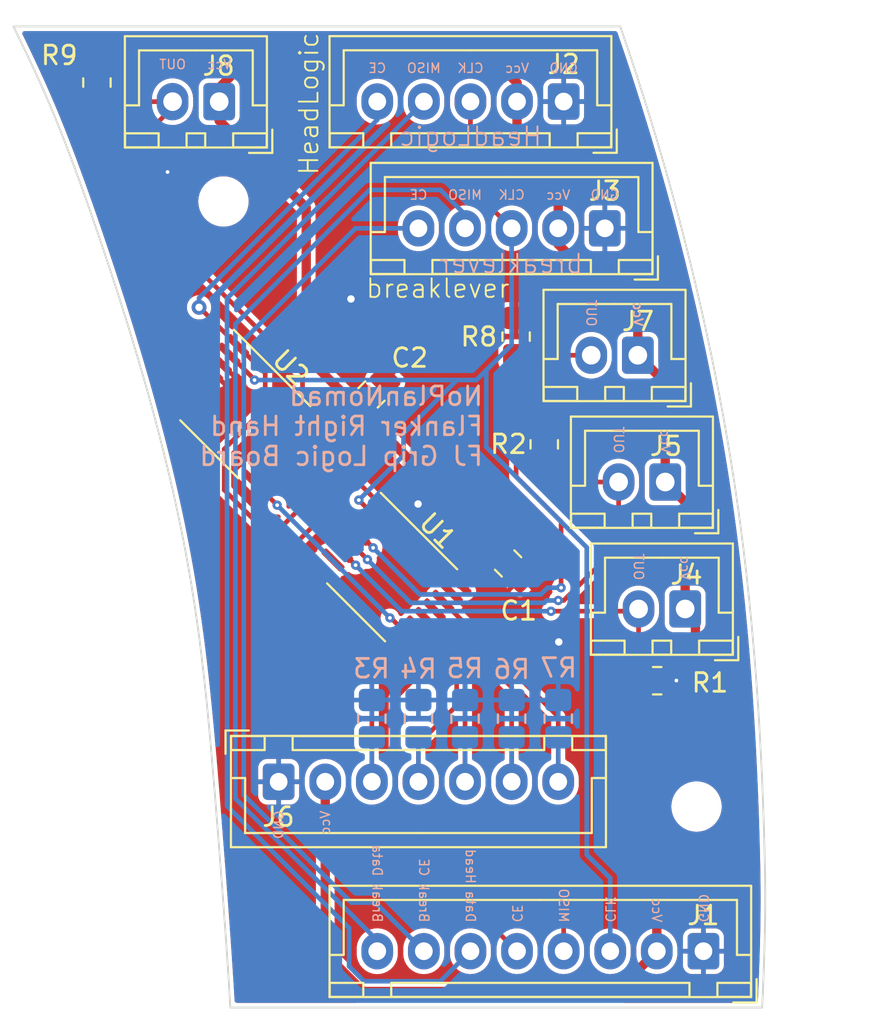
<source format=kicad_pcb>
(kicad_pcb (version 20221018) (generator pcbnew)
  (layers (0 "F.Cu" signal) (31 "B.Cu" signal) (34 "B.Paste" user) (35 "F.Paste" user) (36 "B.SilkS" user "B.Silkscreen") (37 "F.SilkS" user "F.Silkscreen") (38 "B.Mask" user) (39 "F.Mask" user) (44 "Edge.Cuts" user))
  (net 0 "")
  (net 1 "VCC")
  (net 2 "GND")
  (net 3 "CLK")
  (net 4 "CE")
  (net 5 "MISO")
  (net 6 "Data_Head")
  (net 7 "U1D0")
  (net 8 "U1D1")
  (net 9 "U1D4")
  (net 10 "U1D5")
  (net 11 "U1D6")
  (net 12 "U1D7")
  (net 13 "U2D0")
  (net 14 "Data_Breaklever")
  (net 15 "U1SIN")
  (net 16 "CE_Breaklever")
  (net 17 "U1D2")
  (net 18 "U1D3")
  (footprint "Connector_JST:JST_XH_B7B-XH-A_1x07_P2.50mm_Vertical" (layer "F.Cu") (at 33.89 55.52)
    (fp_text reference "J6" (at -0.01 1.89) (layer "F.SilkS"))
    (fp_text value "Conn_01x07")
    (fp_text user "GND" (at 0 1.5 90 unlocked) (layer "B.SilkS") (effects (font (size 0.5 0.5) (thickness 0.075)) (justify left mirror)))
    (fp_text user "Vcc" (at 2.5 1.5 90 unlocked) (layer "B.SilkS") (effects (font (size 0.5 0.5) (thickness 0.075)) (justify left mirror)))
    (pad "1" thru_hole roundrect (at 0 0) (size 1.7 1.95) (drill 0.95) (layers "*.Cu" "*.Mask") (roundrect_rratio 0.1470588235) (net 2 "GND"))
    (pad "2" thru_hole oval (at 2.5 0) (size 1.7 1.95) (drill 0.95) (layers "*.Cu" "*.Mask") (net 1 "VCC"))
    (pad "3" thru_hole oval (at 5 0) (size 1.7 1.95) (drill 0.95) (layers "*.Cu" "*.Mask") (net 9 "U1D4"))
    (pad "4" thru_hole oval (at 7.5 0) (size 1.7 1.95) (drill 0.95) (layers "*.Cu" "*.Mask") (net 7 "U1D0"))
    (pad "5" thru_hole oval (at 10 0) (size 1.7 1.95) (drill 0.95) (layers "*.Cu" "*.Mask") (net 8 "U1D1"))
    (pad "6" thru_hole oval (at 12.5 0) (size 1.7 1.95) (drill 0.95) (layers "*.Cu" "*.Mask") (net 17 "U1D2"))
    (pad "7" thru_hole oval (at 15 0) (size 1.7 1.95) (drill 0.95) (layers "*.Cu" "*.Mask") (net 18 "U1D3"))
  )
  (footprint "Connector_JST:JST_XH_B5B-XH-A_1x05_P2.50mm_Vertical" (layer "F.Cu") (at 51.39 25.83 180)
    (fp_text reference "J3" (at 0 2 180) (layer "F.SilkS"))
    (fp_text value "Conn_01x06")
    (fp_text user "breaklever" (at 5.03 -2.49 unlocked) (layer "B.SilkS") (effects (font (thickness 0.1)) (justify bottom mirror)))
    (fp_text user "CE" (at 10 1.5 unlocked) (layer "B.SilkS") (effects (font (size 0.5 0.5) (thickness 0.075)) (justify bottom mirror)))
    (fp_text user "GND" (at 0 1.5 unlocked) (layer "B.SilkS") (effects (font (size 0.5 0.5) (thickness 0.075)) (justify bottom mirror)))
    (fp_text user "CLK" (at 5 1.5 unlocked) (layer "B.SilkS") (effects (font (size 0.5 0.5) (thickness 0.075)) (justify bottom mirror)))
    (fp_text user "MISO" (at 7.5 1.5 unlocked) (layer "B.SilkS") (effects (font (size 0.5 0.5) (thickness 0.075)) (justify bottom mirror)))
    (fp_text user "Vcc" (at 2.5 1.5 unlocked) (layer "B.SilkS") (effects (font (size 0.5 0.5) (thickness 0.075)) (justify bottom mirror)))
    (fp_text user "breaklever" (at 8.96 -3.81 unlocked) (layer "F.SilkS") (effects (font (thickness 0.1)) (justify bottom)))
    (pad "1" thru_hole roundrect (at 0 0 180) (size 1.7 1.95) (drill 0.95) (layers "*.Cu" "*.Mask") (roundrect_rratio 0.1470588235) (net 2 "GND"))
    (pad "2" thru_hole oval (at 2.5 0 180) (size 1.7 1.95) (drill 0.95) (layers "*.Cu" "*.Mask") (net 1 "VCC"))
    (pad "3" thru_hole oval (at 5 0 180) (size 1.7 1.95) (drill 0.95) (layers "*.Cu" "*.Mask") (net 3 "CLK"))
    (pad "4" thru_hole oval (at 7.5 0 180) (size 1.7 1.95) (drill 0.95) (layers "*.Cu" "*.Mask") (net 14 "Data_Breaklever"))
    (pad "5" thru_hole oval (at 10 0 180) (size 1.7 1.95) (drill 0.95) (layers "*.Cu" "*.Mask") (net 16 "CE_Breaklever"))
  )
  (footprint "MountingHole:MountingHole_2.2mm_M2" (layer "F.Cu") (at 30.93 24.39)
    (fp_text reference "REF**" hide)
    (fp_text value "MountingHole_2.2mm_M2")
    (pad "" np_thru_hole circle (at 0 0) (size 2.2 2.2) (drill 2.2) (layers "*.Cu" "*.Mask"))
  )
  (footprint "Capacitor_SMD:C_0805_2012Metric_Pad1.18x1.45mm_HandSolder" (layer "F.Cu") (at 38.87 34.74 -135)
    (fp_text reference "C2" (at -2.835498 -0.06364) (layer "F.SilkS"))
    (fp_text value "0.1uF")
    (pad "1" smd roundrect (at -1.0375 0 225) (size 1.175 1.45) (layers "F.Cu" "F.Paste" "F.Mask") (roundrect_rratio 0.2127659574) (net 2 "GND"))
    (pad "2" smd roundrect (at 1.0375 0 225) (size 1.175 1.45) (layers "F.Cu" "F.Paste" "F.Mask") (roundrect_rratio 0.2127659574) (net 1 "VCC"))
  )
  (footprint "MountingHole:MountingHole_2.2mm_M2" (layer "F.Cu") (at 56.31 56.85)
    (fp_text reference "REF**" hide)
    (fp_text value "MountingHole_2.2mm_M2")
    (pad "" np_thru_hole circle (at 0 0) (size 2.2 2.2) (drill 2.2) (layers "*.Cu" "*.Mask"))
  )
  (footprint "Connector_JST:JST_XH_B8B-XH-A_1x08_P2.50mm_Vertical" (layer "F.Cu") (at 56.68 64.61 180)
    (fp_text reference "J1" (at 0 1.92 180) (layer "F.SilkS"))
    (fp_text value "Conn_01x06")
    (fp_text user "Data Head" (at 12.5 1.5 270 unlocked) (layer "B.SilkS") (effects (font (size 0.5 0.5) (thickness 0.075)) (justify left mirror)))
    (fp_text user "Vcc" (at 2.5 1.5 270 unlocked) (layer "B.SilkS") (effects (font (size 0.5 0.5) (thickness 0.075)) (justify left mirror)))
    (fp_text user "Break CE" (at 15 1.5 270 unlocked) (layer "B.SilkS") (effects (font (size 0.5 0.5) (thickness 0.075)) (justify left mirror)))
    (fp_text user "MISO" (at 7.5 1.5 270 unlocked) (layer "B.SilkS") (effects (font (size 0.5 0.5) (thickness 0.075)) (justify left mirror)))
    (fp_text user "CE" (at 10 1.5 270 unlocked) (layer "B.SilkS") (effects (font (size 0.5 0.5) (thickness 0.075)) (justify left mirror)))
    (fp_text user "Break Data" (at 17.5 1.5 270 unlocked) (layer "B.SilkS") (effects (font (size 0.5 0.5) (thickness 0.075)) (justify left mirror)))
    (fp_text user "CLK" (at 5 1.5 270 unlocked) (layer "B.SilkS") (effects (font (size 0.5 0.5) (thickness 0.075)) (justify left mirror)))
    (fp_text user "GND" (at 0 1.5 270 unlocked) (layer "B.SilkS") (effects (font (size 0.5 0.5) (thickness 0.075)) (justify left mirror)))
    (pad "1" thru_hole roundrect (at 0 0 180) (size 1.7 1.95) (drill 0.95) (layers "*.Cu" "*.Mask") (roundrect_rratio 0.1470588235) (net 2 "GND"))
    (pad "2" thru_hole oval (at 2.5 0 180) (size 1.7 1.95) (drill 0.95) (layers "*.Cu" "*.Mask") (net 1 "VCC"))
    (pad "3" thru_hole oval (at 5 0 180) (size 1.7 1.95) (drill 0.95) (layers "*.Cu" "*.Mask") (net 3 "CLK"))
    (pad "4" thru_hole oval (at 7.5 0 180) (size 1.7 1.95) (drill 0.95) (layers "*.Cu" "*.Mask") (net 5 "MISO"))
    (pad "5" thru_hole oval (at 10 0 180) (size 1.7 1.95) (drill 0.95) (layers "*.Cu" "*.Mask") (net 4 "CE"))
    (pad "6" thru_hole oval (at 12.5 0 180) (size 1.7 1.95) (drill 0.95) (layers "*.Cu" "*.Mask") (net 6 "Data_Head"))
    (pad "7" thru_hole oval (at 15 0 180) (size 1.7 1.95) (drill 0.95) (layers "*.Cu" "*.Mask") (net 16 "CE_Breaklever"))
    (pad "8" thru_hole oval (at 17.5 0 180) (size 1.7 1.95) (drill 0.95) (layers "*.Cu" "*.Mask") (net 14 "Data_Breaklever"))
  )
  (footprint "Resistor_SMD:R_0805_2012Metric_Pad1.20x1.40mm_HandSolder" (layer "F.Cu") (at 46.63 31.64 90)
    (fp_text reference "R8" (at -0.01 -2 180) (layer "F.SilkS"))
    (fp_text value "1K")
    (pad "1" smd roundrect (at -1 0 90) (size 1.2 1.4) (layers "F.Cu" "F.Paste" "F.Mask") (roundrect_rratio 0.2083333333) (net 10 "U1D5"))
    (pad "2" smd roundrect (at 1 0 90) (size 1.2 1.4) (layers "F.Cu" "F.Paste" "F.Mask") (roundrect_rratio 0.2083333333) (net 2 "GND"))
  )
  (footprint "Package_SO:TSSOP-16_4.4x5mm_P0.65mm" (layer "F.Cu") (at 32.1 35.75 -45)
    (fp_text reference "U2" (at 0 -3.45 -45) (layer "F.SilkS"))
    (fp_text value "74HC165")
    (pad "1" smd roundrect (at -2.8625 -2.275 315) (size 1.475 0.4) (layers "F.Cu" "F.Paste" "F.Mask") (net 4 "CE"))
    (pad "2" smd roundrect (at -2.8625 -1.625 315) (size 1.475 0.4) (layers "F.Cu" "F.Paste" "F.Mask") (net 3 "CLK"))
    (pad "3" smd roundrect (at -2.8625 -0.975 315) (size 1.475 0.4) (layers "F.Cu" "F.Paste" "F.Mask") (net 2 "GND"))
    (pad "4" smd roundrect (at -2.8625 -0.325 315) (size 1.475 0.4) (layers "F.Cu" "F.Paste" "F.Mask") (net 2 "GND"))
    (pad "5" smd roundrect (at -2.8625 0.325 315) (size 1.475 0.4) (layers "F.Cu" "F.Paste" "F.Mask") (net 2 "GND"))
    (pad "6" smd roundrect (at -2.8625 0.975 315) (size 1.475 0.4) (layers "F.Cu" "F.Paste" "F.Mask") (net 2 "GND"))
    (pad "7" smd roundrect (at -2.8625 1.625 315) (size 1.475 0.4) (layers "F.Cu" "F.Paste" "F.Mask"))
    (pad "8" smd roundrect (at -2.8625 2.275 315) (size 1.475 0.4) (layers "F.Cu" "F.Paste" "F.Mask") (net 2 "GND"))
    (pad "9" smd roundrect (at 2.8625 2.275 315) (size 1.475 0.4) (layers "F.Cu" "F.Paste" "F.Mask") (net 15 "U1SIN"))
    (pad "10" smd roundrect (at 2.8625 1.625 315) (size 1.475 0.4) (layers "F.Cu" "F.Paste" "F.Mask") (net 2 "GND"))
    (pad "11" smd roundrect (at 2.8625 0.975 315) (size 1.475 0.4) (layers "F.Cu" "F.Paste" "F.Mask") (net 13 "U2D0"))
    (pad "12" smd roundrect (at 2.8625 0.325 315) (size 1.475 0.4) (layers "F.Cu" "F.Paste" "F.Mask") (net 2 "GND"))
    (pad "13" smd roundrect (at 2.8625 -0.325 315) (size 1.475 0.4) (layers "F.Cu" "F.Paste" "F.Mask") (net 2 "GND"))
    (pad "14" smd roundrect (at 2.8625 -0.975 315) (size 1.475 0.4) (layers "F.Cu" "F.Paste" "F.Mask") (net 2 "GND"))
    (pad "15" smd roundrect (at 2.8625 -1.625 315) (size 1.475 0.4) (layers "F.Cu" "F.Paste" "F.Mask") (net 2 "GND"))
    (pad "16" smd roundrect (at 2.8625 -2.275 315) (size 1.475 0.4) (layers "F.Cu" "F.Paste" "F.Mask") (net 1 "VCC"))
  )
  (footprint "Connector_JST:JST_XH_B5B-XH-A_1x05_P2.50mm_Vertical" (layer "F.Cu") (at 49.18 19.03 180)
    (fp_text reference "J2" (at 0 2 180) (layer "F.SilkS"))
    (fp_text value "Conn_01x06")
    (fp_text user "CE" (at 10 1.5 unlocked) (layer "B.SilkS") (effects (font (size 0.5 0.5) (thickness 0.075)) (justify bottom mirror)))
    (fp_text user "GND" (at 0 1.5 unlocked) (layer "B.SilkS") (effects (font (size 0.5 0.5) (thickness 0.075)) (justify bottom mirror)))
    (fp_text user "HeadLogic" (at 5 -2.46 unlocked) (layer "B.SilkS") (effects (font (thickness 0.1)) (justify bottom mirror)))
    (fp_text user "CLK" (at 5 1.5 unlocked) (layer "B.SilkS") (effects (font (size 0.5 0.5) (thickness 0.075)) (justify bottom mirror)))
    (fp_text user "Vcc" (at 2.5 1.5 unlocked) (layer "B.SilkS") (effects (font (size 0.5 0.5) (thickness 0.075)) (justify bottom mirror)))
    (fp_text user "MISO" (at 7.5 1.5 unlocked) (layer "B.SilkS") (effects (font (size 0.5 0.5) (thickness 0.075)) (justify bottom mirror)))
    (fp_text user "HeadLogic" (at 13.08 -0.12 90 unlocked) (layer "F.SilkS") (effects (font (thickness 0.1)) (justify bottom)))
    (pad "1" thru_hole roundrect (at 0 0 180) (size 1.7 1.95) (drill 0.95) (layers "*.Cu" "*.Mask") (roundrect_rratio 0.1470588235) (net 2 "GND"))
    (pad "2" thru_hole oval (at 2.5 0 180) (size 1.7 1.95) (drill 0.95) (layers "*.Cu" "*.Mask") (net 1 "VCC"))
    (pad "3" thru_hole oval (at 5 0 180) (size 1.7 1.95) (drill 0.95) (layers "*.Cu" "*.Mask") (net 3 "CLK"))
    (pad "4" thru_hole oval (at 7.5 0 180) (size 1.7 1.95) (drill 0.95) (layers "*.Cu" "*.Mask") (net 6 "Data_Head"))
    (pad "5" thru_hole oval (at 10 0 180) (size 1.7 1.95) (drill 0.95) (layers "*.Cu" "*.Mask") (net 4 "CE"))
  )
  (footprint "Connector_JST:JST_XH_B2B-XH-A_1x02_P2.50mm_Vertical" (layer "F.Cu") (at 54.63 39.44 180)
    (fp_text reference "J5" (at -0.04 1.92) (layer "F.SilkS"))
    (fp_text value "Conn_01x02")
    (fp_text user "OUT" (at 2.5 1.5 270 unlocked) (layer "B.SilkS") (effects (font (size 0.5 0.5) (thickness 0.075)) (justify left mirror)))
    (fp_text user "Vcc" (at 0 1.5 270 unlocked) (layer "B.SilkS") (effects (font (size 0.5 0.5) (thickness 0.075)) (justify left mirror)))
    (pad "1" thru_hole roundrect (at 0 0 180) (size 1.7 2) (drill 1) (layers "*.Cu" "*.Mask") (roundrect_rratio 0.1470588235) (net 1 "VCC"))
    (pad "2" thru_hole oval (at 2.5 0 180) (size 1.7 2) (drill 1) (layers "*.Cu" "*.Mask") (net 11 "U1D6"))
  )
  (footprint "Resistor_SMD:R_0805_2012Metric_Pad1.20x1.40mm_HandSolder" (layer "F.Cu") (at 54.2 50.1)
    (fp_text reference "R1" (at 2.83 0.11) (layer "F.SilkS"))
    (fp_text value "1K")
    (pad "1" smd roundrect (at -1 0) (size 1.2 1.4) (layers "F.Cu" "F.Paste" "F.Mask") (roundrect_rratio 0.2083333333) (net 12 "U1D7"))
    (pad "2" smd roundrect (at 1 0) (size 1.2 1.4) (layers "F.Cu" "F.Paste" "F.Mask") (roundrect_rratio 0.2083333333) (net 2 "GND"))
  )
  (footprint "Resistor_SMD:R_0805_2012Metric_Pad1.20x1.40mm_HandSolder" (layer "F.Cu") (at 48.14 37.42 90)
    (fp_text reference "R2" (at 0.01 -1.92 180) (layer "F.SilkS"))
    (fp_text value "1K")
    (pad "1" smd roundrect (at -1 0 90) (size 1.2 1.4) (layers "F.Cu" "F.Paste" "F.Mask") (roundrect_rratio 0.2083333333) (net 11 "U1D6"))
    (pad "2" smd roundrect (at 1 0 90) (size 1.2 1.4) (layers "F.Cu" "F.Paste" "F.Mask") (roundrect_rratio 0.2083333333) (net 2 "GND"))
  )
  (footprint "Connector_JST:JST_XH_B2B-XH-A_1x02_P2.50mm_Vertical" (layer "F.Cu") (at 53.16 32.64 180)
    (fp_text reference "J7" (at -0.01 1.82 180) (layer "F.SilkS"))
    (fp_text value "Conn_01x02")
    (fp_text user "Vcc" (at 0 1.5 270 unlocked) (layer "B.SilkS") (effects (font (size 0.5 0.5) (thickness 0.1)) (justify left mirror)))
    (fp_text user "OUT" (at 2.5 1.5 270 unlocked) (layer "B.SilkS") (effects (font (size 0.5 0.5) (thickness 0.075)) (justify left mirror)))
    (pad "1" thru_hole roundrect (at 0 0 180) (size 1.7 2) (drill 1) (layers "*.Cu" "*.Mask") (roundrect_rratio 0.1470588235) (net 1 "VCC"))
    (pad "2" thru_hole oval (at 2.5 0 180) (size 1.7 2) (drill 1) (layers "*.Cu" "*.Mask") (net 10 "U1D5"))
  )
  (footprint "Connector_JST:JST_XH_B2B-XH-A_1x02_P2.50mm_Vertical" (layer "F.Cu") (at 30.7 19.035 180)
    (fp_text reference "J8" (at 0.03 1.915) (layer "F.SilkS"))
    (fp_text value "Conn_01x02")
    (fp_text user "OUT" (at 2.5 2 unlocked) (layer "B.SilkS") (effects (font (size 0.5 0.5) (thickness 0.075)) (justify mirror)))
    (fp_text user "Vcc" (at 0 2 unlocked) (layer "B.SilkS") (effects (font (size 0.5 0.5) (thickness 0.075)) (justify mirror)))
    (pad "1" thru_hole roundrect (at 0 0 180) (size 1.7 2) (drill 1) (layers "*.Cu" "*.Mask") (roundrect_rratio 0.1470588235) (net 1 "VCC"))
    (pad "2" thru_hole oval (at 2.5 0 180) (size 1.7 2) (drill 1) (layers "*.Cu" "*.Mask") (net 13 "U2D0"))
  )
  (footprint "Connector_JST:JST_XH_B2B-XH-A_1x02_P2.50mm_Vertical" (layer "F.Cu") (at 55.7 46.25 180)
    (fp_text reference "J4" (at -0.07 1.83) (layer "F.SilkS"))
    (fp_text value "Conn_01x02")
    (fp_text user "Vcc" (at 0 1.5 270 unlocked) (layer "B.SilkS") (effects (font (size 0.5 0.5) (thickness 0.075)) (justify left mirror)))
    (fp_text user "OUT" (at 2.5 1.5 270 unlocked) (layer "B.SilkS") (effects (font (size 0.5 0.5) (thickness 0.075)) (justify left mirror)))
    (pad "1" thru_hole roundrect (at 0 0 180) (size 1.7 2) (drill 1) (layers "*.Cu" "*.Mask") (roundrect_rratio 0.1470588235) (net 1 "VCC"))
    (pad "2" thru_hole oval (at 2.5 0 180) (size 1.7 2) (drill 1) (layers "*.Cu" "*.Mask") (net 12 "U1D7"))
  )
  (footprint "Package_SO:TSSOP-16_4.4x5mm_P0.65mm" (layer "F.Cu") (at 39.98 44.5 -45)
    (fp_text reference "U1" (at 0 -3.45 -45) (layer "F.SilkS"))
    (fp_text value "74HC165")
    (pad "1" smd roundrect (at -2.8625 -2.275 315) (size 1.475 0.4) (layers "F.Cu" "F.Paste" "F.Mask") (net 4 "CE"))
    (pad "2" smd roundrect (at -2.8625 -1.625 315) (size 1.475 0.4) (layers "F.Cu" "F.Paste" "F.Mask") (net 3 "CLK"))
    (pad "3" smd roundrect (at -2.8625 -0.975 315) (size 1.475 0.4) (layers "F.Cu" "F.Paste" "F.Mask") (net 9 "U1D4"))
    (pad "4" smd roundrect (at -2.8625 -0.325 315) (size 1.475 0.4) (layers "F.Cu" "F.Paste" "F.Mask") (net 10 "U1D5"))
    (pad "5" smd roundrect (at -2.8625 0.325 315) (size 1.475 0.4) (layers "F.Cu" "F.Paste" "F.Mask") (net 11 "U1D6"))
    (pad "6" smd roundrect (at -2.8625 0.975 315) (size 1.475 0.4) (layers "F.Cu" "F.Paste" "F.Mask") (net 12 "U1D7"))
    (pad "7" smd roundrect (at -2.8625 1.625 315) (size 1.475 0.4) (layers "F.Cu" "F.Paste" "F.Mask"))
    (pad "8" smd roundrect (at -2.8625 2.275 315) (size 1.475 0.4) (layers "F.Cu" "F.Paste" "F.Mask") (net 2 "GND"))
    (pad "9" smd roundrect (at 2.8625 2.275 315) (size 1.475 0.4) (layers "F.Cu" "F.Paste" "F.Mask") (net 5 "MISO"))
    (pad "10" smd roundrect (at 2.8625 1.625 315) (size 1.475 0.4) (layers "F.Cu" "F.Paste" "F.Mask") (net 15 "U1SIN"))
    (pad "11" smd roundrect (at 2.8625 0.975 315) (size 1.475 0.4) (layers "F.Cu" "F.Paste" "F.Mask") (net 7 "U1D0"))
    (pad "12" smd roundrect (at 2.8625 0.325 315) (size 1.475 0.4) (layers "F.Cu" "F.Paste" "F.Mask") (net 8 "U1D1"))
    (pad "13" smd roundrect (at 2.8625 -0.325 315) (size 1.475 0.4) (layers "F.Cu" "F.Paste" "F.Mask") (net 17 "U1D2"))
    (pad "14" smd roundrect (at 2.8625 -0.975 315) (size 1.475 0.4) (layers "F.Cu" "F.Paste" "F.Mask") (net 18 "U1D3"))
    (pad "15" smd roundrect (at 2.8625 -1.625 315) (size 1.475 0.4) (layers "F.Cu" "F.Paste" "F.Mask") (net 2 "GND"))
    (pad "16" smd roundrect (at 2.8625 -2.275 315) (size 1.475 0.4) (layers "F.Cu" "F.Paste" "F.Mask") (net 1 "VCC"))
  )
  (footprint "Resistor_SMD:R_0805_2012Metric_Pad1.20x1.40mm_HandSolder" (layer "F.Cu") (at 24.14 18.01 90)
    (fp_text reference "R9" (at 1.46 -2.02 180) (layer "F.SilkS"))
    (fp_text value "1K")
    (pad "1" smd roundrect (at -1 0 90) (size 1.2 1.4) (layers "F.Cu" "F.Paste" "F.Mask") (roundrect_rratio 0.2083333333) (net 13 "U2D0"))
    (pad "2" smd roundrect (at 1 0 90) (size 1.2 1.4) (layers "F.Cu" "F.Paste" "F.Mask") (roundrect_rratio 0.2083333333) (net 2 "GND"))
  )
  (footprint "Capacitor_SMD:C_0805_2012Metric_Pad1.18x1.45mm_HandSolder" (layer "F.Cu") (at 46.2 43.81 135)
    (fp_text reference "C1" (at -2.199102 -1.393) (layer "F.SilkS"))
    (fp_text value "0.1uF")
    (pad "1" smd roundrect (at -1.0375 0 135) (size 1.175 1.45) (layers "F.Cu" "F.Paste" "F.Mask") (roundrect_rratio 0.2127659574) (net 2 "GND"))
    (pad "2" smd roundrect (at 1.0375 0 135) (size 1.175 1.45) (layers "F.Cu" "F.Paste" "F.Mask") (roundrect_rratio 0.2127659574) (net 1 "VCC"))
  )
  (footprint "Resistor_SMD:R_0805_2012Metric_Pad1.20x1.40mm_HandSolder" (layer "B.Cu") (at 48.89 52.135 90)
    (fp_text reference "R7" (at 2.725 0.02) (layer "B.SilkS") (effects (justify mirror)))
    (fp_text value "1K")
    (pad "1" smd roundrect (at -1 0 90) (size 1.2 1.4) (layers "B.Cu" "B.Paste" "B.Mask") (roundrect_rratio 0.2083333333) (net 18 "U1D3"))
    (pad "2" smd roundrect (at 1 0 90) (size 1.2 1.4) (layers "B.Cu" "B.Paste" "B.Mask") (roundrect_rratio 0.2083333333) (net 2 "GND"))
  )
  (footprint "Resistor_SMD:R_0805_2012Metric_Pad1.20x1.40mm_HandSolder" (layer "B.Cu") (at 38.889999 52.135 90)
    (fp_text reference "R3" (at 2.685 -0.019999 180) (layer "B.SilkS") (effects (justify mirror)))
    (fp_text value "1K")
    (pad "1" smd roundrect (at -1 0 90) (size 1.2 1.4) (layers "B.Cu" "B.Paste" "B.Mask") (roundrect_rratio 0.2083333333) (net 9 "U1D4"))
    (pad "2" smd roundrect (at 1 0 90) (size 1.2 1.4) (layers "B.Cu" "B.Paste" "B.Mask") (roundrect_rratio 0.2083333333) (net 2 "GND"))
  )
  (footprint "Resistor_SMD:R_0805_2012Metric_Pad1.20x1.40mm_HandSolder" (layer "B.Cu") (at 41.389999 52.135 90)
    (fp_text reference "R4" (at 2.665 0.000001 180) (layer "B.SilkS") (effects (justify mirror)))
    (fp_text value "1K")
    (pad "1" smd roundrect (at -1 0 90) (size 1.2 1.4) (layers "B.Cu" "B.Paste" "B.Mask") (roundrect_rratio 0.2083333333) (net 7 "U1D0"))
    (pad "2" smd roundrect (at 1 0 90) (size 1.2 1.4) (layers "B.Cu" "B.Paste" "B.Mask") (roundrect_rratio 0.2083333333) (net 2 "GND"))
  )
  (footprint "Resistor_SMD:R_0805_2012Metric_Pad1.20x1.40mm_HandSolder" (layer "B.Cu") (at 46.39 52.135 90)
    (fp_text reference "R6" (at 2.645 0 180) (layer "B.SilkS") (effects (justify mirror)))
    (fp_text value "1K")
    (pad "1" smd roundrect (at -1 0 90) (size 1.2 1.4) (layers "B.Cu" "B.Paste" "B.Mask") (roundrect_rratio 0.2083333333) (net 17 "U1D2"))
    (pad "2" smd roundrect (at 1 0 90) (size 1.2 1.4) (layers "B.Cu" "B.Paste" "B.Mask") (roundrect_rratio 0.2083333333) (net 2 "GND"))
  )
  (footprint "Resistor_SMD:R_0805_2012Metric_Pad1.20x1.40mm_HandSolder" (layer "B.Cu") (at 43.889999 52.135 90)
    (fp_text reference "R5" (at 2.695 -0.009999) (layer "B.SilkS") (effects (justify mirror)))
    (fp_text value "1K")
    (pad "1" smd roundrect (at -1 0 90) (size 1.2 1.4) (layers "B.Cu" "B.Paste" "B.Mask") (roundrect_rratio 0.2083333333) (net 8 "U1D1"))
    (pad "2" smd roundrect (at 1 0 90) (size 1.2 1.4) (layers "B.Cu" "B.Paste" "B.Mask") (roundrect_rratio 0.2083333333) (net 2 "GND"))
  )
  (gr_curve (pts (xy 52.213824 15) (xy 52.386723 15.496455) (xy 52.556869 15.993928) (xy 52.724212 16.492226)) (stroke (width 0.1)) (layer "Edge.Cuts"))
  (gr_curve (pts (xy 23.876091 25.184956) (xy 23.256066 23.400008) (xy 22.538229 21.432285) (xy 21.83942 19.744996)) (stroke (width 0.1)) (layer "Edge.Cuts"))
  (gr_curve (pts (xy 53.378756 18.49037) (xy 56.134048 27.118447) (xy 57.473555 34.137638) (xy 58.148352 38.266719)) (stroke (width 0.1)) (layer "Edge.Cuts"))
  (gr_curve (pts (xy 58.83126 43.057632) (xy 59.276838 46.685373) (xy 59.57477 50.364153) (xy 59.761756 54.007049)) (stroke (width 0.1)) (layer "Edge.Cuts"))
  (gr_curve (pts (xy 30.259736 53.712561) (xy 29.964776 50.344137) (xy 29.613251 47.155278) (xy 29.011232 43.809463)) (stroke (width 0.1)) (layer "Edge.Cuts"))
  (gr_curve (pts (xy 59.918154 57.796223) (xy 59.943175 58.59022) (xy 59.990046 60.228258) (xy 59.995515 61.435135)) (stroke (width 0.1)) (layer "Edge.Cuts"))
  (gr_curve (pts (xy 29.011232 43.809463) (xy 28.103495 38.764572) (xy 26.695864 33.73169) (xy 25.111268 28.859066)) (stroke (width 0.1)) (layer "Edge.Cuts"))
  (gr_curve (pts (xy 31.042632 63.671014) (xy 30.859284 61.088184) (xy 30.493198 56.378677) (xy 30.259736 53.712561)) (stroke (width 0.1)) (layer "Edge.Cuts"))
  (gr_line (start 52.213824 15) (end 19.658728 15) (stroke (width 0.1)) (layer "Edge.Cuts"))
  (gr_curve (pts (xy 21.83942 19.744996) (xy 21.171406 18.132061) (xy 20.437926 16.579576) (xy 19.658728 15)) (stroke (width 0.1)) (layer "Edge.Cuts"))
  (gr_curve (pts (xy 59.761756 54.007049) (xy 59.826507 55.268513) (xy 59.878389 56.534335) (xy 59.918154 57.796223)) (stroke (width 0.1)) (layer "Edge.Cuts"))
  (gr_curve (pts (xy 25.111268 28.859066) (xy 24.712873 27.634004) (xy 24.281528 26.352147) (xy 23.876091 25.184956)) (stroke (width 0.1)) (layer "Edge.Cuts"))
  (gr_curve (pts (xy 58.148352 38.266719) (xy 58.408339 39.857574) (xy 58.634709 41.457382) (xy 58.83126 43.057632)) (stroke (width 0.1)) (layer "Edge.Cuts"))
  (gr_curve (pts (xy 31.29812 67.632307) (xy 31.223127 66.335772) (xy 31.138408 65.020211) (xy 31.042632 63.671014)) (stroke (width 0.1)) (layer "Edge.Cuts"))
  (gr_line (start 59.831662 67.632307) (end 31.29812 67.632307) (stroke (width 0.1)) (layer "Edge.Cuts"))
  (gr_curve (pts (xy 59.995515 61.435135) (xy 60 62.424792) (xy 59.9848 63.40891) (xy 59.956861 64.399665)) (stroke (width 0.1)) (layer "Edge.Cuts"))
  (gr_curve (pts (xy 59.956861 64.399665) (xy 59.912013 65.990006) (xy 59.831662 67.632307) (xy 59.831662 67.632307)) (stroke (width 0.1)) (layer "Edge.Cuts"))
  (gr_curve (pts (xy 52.724212 16.492226) (xy 52.947103 17.155934) (xy 53.165287 17.8219) (xy 53.378756 18.49037)) (stroke (width 0.1)) (layer "Edge.Cuts"))
  (gr_text "NoPlanNomad\nFlanker Right Hand\nFJ Grip Logic Board" (at 44.94 38.64) (layer "B.SilkS") (effects (font (size 1 1)) (justify left bottom mirror)))
  (segment (start 54.18 64.61) (end 52.02 66.77) (width 0.5) (layer "F.Cu") (net 1))
  (segment (start 36.424563 35.473623) (end 35.732761 36.165425) (width 0.5) (layer "F.Cu") (net 1))
  (segment (start 56.25 46.8) (end 55.7 46.25) (width 0.5) (layer "F.Cu") (net 1))
  (segment (start 48.89 25.83) (end 48.89 23.34) (width 0.5) (layer "F.Cu") (net 1))
  (segment (start 30.7 18.29) (end 30.7 19.035) (width 0.5) (layer "F.Cu") (net 1))
  (segment (start 46.68 18.03) (end 45.22 16.57) (width 0.5) (layer "F.Cu") (net 1))
  (segment (start 45.22 16.57) (end 32.42 16.57) (width 0.5) (layer "F.Cu") (net 1))
  (segment (start 48.89 26.686827) (end 48.89 25.83) (width 0.5) (layer "F.Cu") (net 1))
  (segment (start 38.136377 35.473623) (end 35.745 33.082246) (width 0.5) (layer "F.Cu") (net 1))
  (segment (start 56.25 50.839949) (end 56.25 46.8) (width 0.5) (layer "F.Cu") (net 1))
  (segment (start 35.37 32.707246) (end 35.37 24.72) (width 0.5) (layer "F.Cu") (net 1))
  (segment (start 54.18 52.909949) (end 56.25 50.839949) (width 0.5) (layer "F.Cu") (net 1))
  (segment (start 53.16 32.64) (end 53.16 30.956827) (width 0.5) (layer "F.Cu") (net 1))
  (segment (start 55.7 40.51) (end 54.63 39.44) (width 0.5) (layer "F.Cu") (net 1))
  (segment (start 48.89 23.34) (end 46.68 21.13) (width 0.5) (layer "F.Cu") (net 1))
  (segment (start 32.42 16.57) (end 30.7 18.29) (width 0.5) (layer "F.Cu") (net 1))
  (segment (start 30.7 20.05) (end 30.7 19.035) (width 0.5) (layer "F.Cu") (net 1))
  (segment (start 53.16 30.956827) (end 48.89 26.686827) (width 0.5) (layer "F.Cu") (net 1))
  (segment (start 54.18 64.61) (end 54.18 52.909949) (width 0.5) (layer "F.Cu") (net 1))
  (segment (start 38.42 66.77) (end 36.39 64.74) (width 0.5) (layer "F.Cu") (net 1))
  (segment (start 52.02 66.77) (end 38.42 66.77) (width 0.5) (layer "F.Cu") (net 1))
  (segment (start 45.466377 43.076377) (end 45.451809 43.076377) (width 0.5) (layer "F.Cu") (net 1))
  (segment (start 46.68 21.13) (end 46.68 19.03) (width 0.5) (layer "F.Cu") (net 1))
  (segment (start 54.63 39.44) (end 54.63 34.11) (width 0.5) (layer "F.Cu") (net 1))
  (segment (start 45.466377 42.803623) (end 38.136377 35.473623) (width 0.5) (layer "F.Cu") (net 1))
  (segment (start 36.39 64.74) (end 36.39 55.52) (width 0.5) (layer "F.Cu") (net 1))
  (segment (start 38.136377 35.473623) (end 36.424563 35.473623) (width 0.5) (layer "F.Cu") (net 1))
  (segment (start 35.37 24.72) (end 30.7 20.05) (width 0.5) (layer "F.Cu") (net 1))
  (segment (start 45.466377 43.076377) (end 45.466377 42.803623) (width 0.5) (layer "F.Cu") (net 1))
  (segment (start 46.68 19.03) (end 46.68 18.03) (width 0.5) (layer "F.Cu") (net 1))
  (segment (start 35.745 33.082246) (end 35.37 32.707246) (width 0.5) (layer "F.Cu") (net 1))
  (segment (start 55.7 46.25) (end 55.7 40.51) (width 0.5) (layer "F.Cu") (net 1))
  (segment (start 54.63 34.11) (end 53.16 32.64) (width 0.5) (layer "F.Cu") (net 1))
  (segment (start 45.451809 43.076377) (end 43.612761 44.915425) (width 0.5) (layer "F.Cu") (net 1))
  (segment (start 33.671903 39.62) (end 34.17 39.62) (width 0.25) (layer "F.Cu") (net 2))
  (segment (start 30.07 35.098859) (end 29.381174 34.410033) (width 0.25) (layer "F.Cu") (net 2))
  (segment (start 30.765336 33.036478) (end 30.305717 33.496097) (width 0.25) (layer "F.Cu") (net 2))
  (segment (start 35.273142 36.625045) (end 35.275045 36.625045) (width 0.25) (layer "F.Cu") (net 2))
  (segment (start 30.305717 33.496097) (end 29.846097 33.955717) (width 0.25) (layer "F.Cu") (net 2))
  (segment (start 34.17 39.62) (end 34.57 39.22) (width 0.25) (layer "F.Cu") (net 2))
  (segment (start 34.57 38.679619) (end 33.899587 38.009206) (width 0.25) (layer "F.Cu") (net 2))
  (segment (start 29.846097 33.955717) (end 29.386478 34.415336) (width 0.25) (layer "F.Cu") (net 2))
  (segment (start 29.57 35.97) (end 30.07 35.47) (width 0.25) (layer "F.Cu") (net 2))
  (segment (start 30.07 35.47) (end 30.07 35.098859) (width 0.25) (layer "F.Cu") (net 2))
  (segment (start 29.102665 35.97) (end 29.57 35.97) (width 0.25) (layer "F.Cu") (net 2))
  (segment (start 32.980348 38.928445) (end 33.671903 39.62) (width 0.25) (layer "F.Cu") (net 2))
  (segment (start 34.57 39.22) (end 34.57 38.679619) (width 0.25) (layer "F.Cu") (net 2))
  (segment (start 28.461936 35.329271) (end 29.102665 35.97) (width 0.25) (layer "F.Cu") (net 2))
  (via (at 48.92 48.02) (size 0.8) (drill 0.4) (layers "F.Cu" "B.Cu") (net 2))
  (via (at 37.77 29.62) (size 0.8) (drill 0.4) (layers "F.Cu" "B.Cu") (net 2))
  (via (at 27.93 22.81) (size 0.5) (drill 0.2) (layers "F.Cu" "B.Cu") (net 2))
  (via (at 55.23 50.09) (size 0.5) (drill 0.2) (layers "F.Cu" "B.Cu") (net 2))
  (via (at 41.37 40.62) (size 0.8) (drill 0.4) (layers "F.Cu" "B.Cu") (net 2))
  (segment (start 43.889999 51.135) (end 43.889999 49.839999) (width 0.25) (layer "B.Cu") (net 2))
  (segment (start 32.5955 33.97) (end 32.5955 33.947403) (width 0.25) (layer "F.Cu") (net 3))
  (segment (start 44.18 23.62) (end 46.39 25.83) (width 0.25) (layer "F.Cu") (net 3))
  (segment (start 39.099652 41.319652) (end 38.19 40.41) (width 0.25) (layer "F.Cu") (net 3))
  (segment (start 44.18 19.03) (end 44.18 23.62) (width 0.25) (layer "F.Cu") (net 3))
  (segment (start 39.099652 41.321555) (end 39.099652 41.319652) (width 0.25) (layer "F.Cu") (net 3))
  (segment (start 32.5955 33.947403) (end 31.219652 32.571555) (width 0.25) (layer "F.Cu") (net 3))
  (via (at 32.5955 33.97) (size 0.5) (drill 0.2) (layers "F.Cu" "B.Cu") (net 3))
  (via (at 38.19 40.41) (size 0.5) (drill 0.2) (layers "F.Cu" "B.Cu") (net 3))
  (segment (start 38.19 40.41) (end 40.59 38.01) (width 0.25) (layer "B.Cu") (net 3))
  (segment (start 45.03 33.44) (end 46.39 32.08) (width 0.25) (layer "B.Cu") (net 3))
  (segment (start 44.5 33.97) (end 45.03 33.44) (width 0.25) (layer "B.Cu") (net 3))
  (segment (start 46.39 32.08) (end 46.39 25.83) (width 0.25) (layer "B.Cu") (net 3))
  (segment (start 32.5955 33.97) (end 44.5 33.97) (width 0.25) (layer "B.Cu") (net 3))
  (segment (start 51.68 60.69) (end 51.68 64.61) (width 0.25) (layer "B.Cu") (net 3))
  (segment (start 45.03 37.56) (end 50.42 42.95) (width 0.25) (layer "B.Cu") (net 3))
  (segment (start 50.42 42.95) (end 50.42 59.43) (width 0.25) (layer "B.Cu") (net 3))
  (segment (start 40.59 38.01) (end 40.59 36.83) (width 0.25) (layer "B.Cu") (net 3))
  (segment (start 45.03 33.44) (end 45.03 37.56) (width 0.25) (layer "B.Cu") (net 3))
  (segment (start 50.42 59.43) (end 51.68 60.69) (width 0.25) (layer "B.Cu") (net 3))
  (segment (start 40.59 36.83) (end 43.45 33.97) (width 0.25) (layer "B.Cu") (net 3))
  (segment (start 36.37 39.52) (end 33.92 41.97) (width 0.25) (layer "F.Cu") (net 4))
  (segment (start 39.559271 40.861936) (end 38.217335 39.52) (width 0.25) (layer "F.Cu") (net 4))
  (segment (start 43.97 61.9) (end 43.27 61.9) (width 0.25) (layer "F.Cu") (net 4))
  (segment (start 33.17 33.602665) (end 33.17 35.47) (width 0.25) (layer "F.Cu") (net 4))
  (segment (start 29.637335 30.07) (end 33.17 33.602665) (width 0.25) (layer "F.Cu") (net 4))
  (segment (start 37.648905 56.278905) (end 37.648905 52.348905) (width 0.25) (layer "F.Cu") (net 4))
  (segment (start 33.07 41.97) (end 33.92 41.97) (width 0.25) (layer "F.Cu") (net 4))
  (segment (start 39.568064 40.861936) (end 39.559271 40.861936) (width 0.25) (layer "F.Cu") (net 4))
  (segment (start 30.97 39.87) (end 33.07 41.97) (width 0.25) (layer "F.Cu") (net 4))
  (segment (start 43.27 61.9) (end 37.648905 56.278905) (width 0.25) (layer "F.Cu") (net 4))
  (segment (start 30.97 37.67) (end 30.97 39.87) (width 0.25) (layer "F.Cu") (net 4))
  (segment (start 29.62 30.07) (end 29.637335 30.07) (width 0.25) (layer "F.Cu") (net 4))
  (segment (start 33.17 35.47) (end 30.97 37.67) (width 0.25) (layer "F.Cu") (net 4))
  (segment (start 46.68 64.61) (end 43.97 61.9) (width 0.25) (layer "F.Cu") (net 4))
  (segment (start 33.92 48.62) (end 33.92 41.97) (width 0.25) (layer "F.Cu") (net 4))
  (segment (start 37.648905 52.348905) (end 33.92 48.62) (width 0.25) (layer "F.Cu") (net 4))
  (segment (start 38.217335 39.52) (end 36.37 39.52) (width 0.25) (layer "F.Cu") (net 4))
  (via (at 29.62 30.07) (size 0.8) (drill 0.4) (layers "F.Cu" "B.Cu") (net 4))
  (segment (start 39.18 20.005) (end 39.18 19.03) (width 0.25) (layer "B.Cu") (net 4))
  (segment (start 29.62 29.565) (end 39.18 20.005) (width 0.25) (layer "B.Cu") (net 4))
  (segment (start 29.62 30.07) (end 29.62 29.565) (width 0.25) (layer "B.Cu") (net 4))
  (segment (start 41.18 48.917335) (end 41.18 50) (width 0.25) (layer "F.Cu") (net 5))
  (segment (start 46.87 58.42) (end 49.18 60.73) (width 0.25) (layer "F.Cu") (net 5))
  (segment (start 40.400729 48.138064) (end 41.18 48.917335) (width 0.25) (layer "F.Cu") (net 5))
  (segment (start 41.18 50) (end 40.17 51.01) (width 0.25) (layer "F.Cu") (net 5))
  (segment (start 49.18 60.73) (end 49.18 64.61) (width 0.25) (layer "F.Cu") (net 5))
  (segment (start 41.37 58.42) (end 46.87 58.42) (width 0.25) (layer "F.Cu") (net 5))
  (segment (start 40.17 51.01) (end 40.17 57.22) (width 0.25) (layer "F.Cu") (net 5))
  (segment (start 40.17 57.22) (end 41.37 58.42) (width 0.25) (layer "F.Cu") (net 5))
  (segment (start 37.67 63.37) (end 37.67 65.42) (width 0.25) (layer "B.Cu") (net 6))
  (segment (start 42.57 66.22) (end 44.18 64.61) (width 0.25) (layer "B.Cu") (net 6))
  (segment (start 38.47 66.22) (end 42.57 66.22) (width 0.25) (layer "B.Cu") (net 6))
  (segment (start 31.12 56.82) (end 37.67 63.37) (width 0.25) (layer "B.Cu") (net 6))
  (segment (start 41.68 19.03) (end 31.12 29.59) (width 0.25) (layer "B.Cu") (net 6))
  (segment (start 31.12 29.59) (end 31.12 56.82) (width 0.25) (layer "B.Cu") (net 6))
  (segment (start 37.67 65.42) (end 38.47 66.22) (width 0.25) (layer "B.Cu") (net 6))
  (segment (start 41.39 55.52) (end 41.39 53.48) (width 0.25) (layer "F.Cu") (net 7))
  (segment (start 43.44 51.43) (end 43.44 49.338859) (width 0.25) (layer "F.Cu") (net 7))
  (segment (start 43.44 49.338859) (end 41.319967 47.218826) (width 0.25) (layer "F.Cu") (net 7))
  (segment (start 41.39 53.48) (end 43.44 51.43) (width 0.25) (layer "F.Cu") (net 7))
  (segment (start 41.39 55.52) (end 41.39 53.135) (width 0.25) (layer "B.Cu") (net 7))
  (segment (start 43.89 55.52) (end 43.89 48.869619) (width 0.25) (layer "F.Cu") (net 8))
  (segment (start 43.89 48.869619) (end 41.779587 46.759206) (width 0.25) (layer "F.Cu") (net 8))
  (segment (start 43.89 55.52) (end 43.89 53.135) (width 0.25) (layer "B.Cu") (net 8))
  (segment (start 36.52 41.02) (end 37.878858 41.02) (width 0.25) (layer "F.Cu") (net 9))
  (segment (start 38.89 49.74) (end 34.37 45.22) (width 0.25) (layer "F.Cu") (net 9))
  (segment (start 38.89 55.52) (end 38.89 49.74) (width 0.25) (layer "F.Cu") (net 9))
  (segment (start 34.37 43.17) (end 36.52 41.02) (width 0.25) (layer "F.Cu") (net 9))
  (segment (start 37.878858 41.02) (end 38.645336 41.786478) (width 0.25) (layer "F.Cu") (net 9))
  (segment (start 34.37 45.22) (end 34.37 43.17) (width 0.25) (layer "F.Cu") (net 9))
  (segment (start 38.89 55.52) (end 38.89 53.135) (width 0.25) (layer "B.Cu") (net 9))
  (segment (start 50.66 32.64) (end 46.63 32.64) (width 0.25) (layer "F.Cu") (net 10))
  (segment (start 49.042639 41.562639) (end 49.042639 45.111342) (width 0.25) (layer "F.Cu") (net 10))
  (segment (start 46.63 32.64) (end 46.63 39.15) (width 0.25) (layer "F.Cu") (net 10))
  (segment (start 46.63 39.15) (end 49.042639 41.562639) (width 0.25) (layer "F.Cu") (net 10))
  (segment (start 38.229095 42.240794) (end 38.958645 42.970344) (width 0.25) (layer "F.Cu") (net 10))
  (segment (start 38.180413 42.240794) (end 38.229095 42.240794) (width 0.25) (layer "F.Cu") (net 10))
  (segment (start 38.180413 42.250413) (end 38.180413 42.240794) (width 0.25) (layer "F.Cu") (net 10))
  (via (at 49.042639 45.111342) (size 0.5) (drill 0.2) (layers "F.Cu" "B.Cu") (net 10))
  (via (at 38.958645 42.970344) (size 0.5) (drill 0.2) (layers "F.Cu" "B.Cu") (net 10))
  (segment (start 48.313912 45.111342) (end 49.042639 45.111342) (width 0.25) (layer "B.Cu") (net 10))
  (segment (start 41.46 45.47) (end 47.955254 45.47) (width 0.25) (layer "B.Cu") (net 10))
  (segment (start 38.960344 42.970344) (end 41.46 45.47) (width 0.25) (layer "B.Cu") (net 10))
  (segment (start 38.958645 42.970344) (end 38.960344 42.970344) (width 0.25) (layer "B.Cu") (net 10))
  (segment (start 47.955254 45.47) (end 48.313912 45.111342) (width 0.25) (layer "B.Cu") (net 10))
  (segment (start 37.720794 42.700413) (end 37.752998 42.700413) (width 0.25) (layer "F.Cu") (net 11))
  (segment (start 52.13 39.44) (end 49.16 39.44) (width 0.25) (layer "F.Cu") (net 11))
  (segment (start 52.13 42.85) (end 52.13 39.44) (width 0.25) (layer "F.Cu") (net 11))
  (segment (start 49.185815 45.794185) (end 52.13 42.85) (width 0.25) (layer "F.Cu") (net 11))
  (segment (start 37.752998 42.700413) (end 38.651288 43.598703) (width 0.25) (layer "F.Cu") (net 11))
  (segment (start 49.16 39.44) (end 48.14 38.42) (width 0.25) (layer "F.Cu") (net 11))
  (segment (start 48.890885 45.794185) (end 49.185815 45.794185) (width 0.25) (layer "F.Cu") (net 11))
  (via (at 48.890885 45.794185) (size 0.5) (drill 0.2) (layers "F.Cu" "B.Cu") (net 11))
  (via (at 38.651288 43.598703) (size 0.5) (drill 0.2) (layers "F.Cu" "B.Cu") (net 11))
  (segment (start 38.651288 43.598703) (end 40.972585 45.92) (width 0.25) (layer "B.Cu") (net 11))
  (segment (start 48.14165 45.92) (end 48.267465 45.794185) (width 0.25) (layer "B.Cu") (net 11))
  (segment (start 40.972585 45.92) (end 48.14165 45.92) (width 0.25) (layer "B.Cu") (net 11))
  (segment (start 48.267465 45.794185) (end 48.890885 45.794185) (width 0.25) (layer "B.Cu") (net 11))
  (segment (start 53.2 50.1) (end 53.2 46.25) (width 0.25) (layer "F.Cu") (net 12))
  (segment (start 53.2 46.25) (end 53.08 46.37) (width 0.25) (layer "F.Cu") (net 12))
  (segment (start 53.08 46.37) (end 48.504823 46.37) (width 0.25) (layer "F.Cu") (net 12))
  (segment (start 37.261174 43.160033) (end 37.280033 43.160033) (width 0.25) (layer "F.Cu") (net 12))
  (segment (start 37.280033 43.160033) (end 38.02 43.9) (width 0.25) (layer "F.Cu") (net 12))
  (segment (start 48.504823 46.37) (end 48.500323 46.3745) (width 0.25) (layer "F.Cu") (net 12))
  (via (at 48.500323 46.3745) (size 0.5) (drill 0.2) (layers "F.Cu" "B.Cu") (net 12))
  (via (at 38.02 43.9) (size 0.5) (drill 0.2) (layers "F.Cu" "B.Cu") (net 12))
  (segment (start 40.49 46.37) (end 48.495823 46.37) (width 0.25) (layer "B.Cu") (net 12))
  (segment (start 38.02 43.9) (end 40.49 46.37) (width 0.25) (layer "B.Cu") (net 12))
  (segment (start 48.495823 46.37) (end 48.500323 46.3745) (width 0.25) (layer "B.Cu") (net 12))
  (segment (start 28.2 19.035) (end 24.165 19.035) (width 0.25) (layer "F.Cu") (net 13))
  (segment (start 27.32 20.23) (end 28.2 19.35) (width 0.25) (layer "F.Cu") (net 13))
  (segment (start 35.17 33.62) (end 27.32 25.77) (width 0.25) (layer "F.Cu") (net 13))
  (segment (start 27.32 25.77) (end 27.32 20.23) (width 0.25) (layer "F.Cu") (net 13))
  (segment (start 35.17 35.169017) (end 35.17 33.62) (width 0.25) (layer "F.Cu") (net 13))
  (segment (start 32.883043 37.455974) (end 35.17 35.169017) (width 0.25) (layer "F.Cu") (net 13))
  (segment (start 33.439967 38.468826) (end 32.883043 37.911902) (width 0.25) (layer "F.Cu") (net 13))
  (segment (start 28.2 19.35) (end 28.2 19.035) (width 0.25) (layer "F.Cu") (net 13))
  (segment (start 24.165 19.035) (end 24.14 19.01) (width 0.25) (layer "F.Cu") (net 13))
  (segment (start 32.883043 37.911902) (end 32.883043 37.455974) (width 0.25) (layer "F.Cu") (net 13))
  (segment (start 42.57 23.77) (end 43.89 25.09) (width 0.25) (layer "B.Cu") (net 14))
  (segment (start 31.57 56.42) (end 31.57 30.97) (width 0.25) (layer "B.Cu") (net 14))
  (segment (start 43.89 25.09) (end 43.89 25.83) (width 0.25) (layer "B.Cu") (net 14))
  (segment (start 31.57 30.97) (end 38.77 23.77) (width 0.25) (layer "B.Cu") (net 14))
  (segment (start 38.77 23.77) (end 42.57 23.77) (width 0.25) (layer "B.Cu") (net 14))
  (segment (start 39.18 64.03) (end 31.57 56.42) (width 0.25) (layer "B.Cu") (net 14))
  (segment (start 39.18 64.61) (end 39.18 64.03) (width 0.25) (layer "B.Cu") (net 14))
  (segment (start 33.81 40.68) (end 32.520729 39.390729) (width 0.25) (layer "F.Cu") (net 15))
  (segment (start 39.911903 46.73) (end 40.860348 47.678445) (width 0.25) (layer "F.Cu") (net 15))
  (segment (start 39.86 46.73) (end 39.911903 46.73) (width 0.25) (layer "F.Cu") (net 15))
  (segment (start 32.520729 39.390729) (end 32.520729 39.388064) (width 0.25) (layer "F.Cu") (net 15))
  (via (at 39.86 46.73) (size 0.5) (drill 0.2) (layers "F.Cu" "B.Cu") (net 15))
  (via (at 33.81 40.68) (size 0.5) (drill 0.2) (layers "F.Cu" "B.Cu") (net 15))
  (segment (start 33.81 40.68) (end 39.86 46.73) (width 0.25) (layer "B.Cu") (net 15))
  (segment (start 41.68 64.61) (end 39.071802 62.001802) (width 0.25) (layer "B.Cu") (net 16))
  (segment (start 32.02 31.82) (end 38.01 25.83) (width 0.25) (layer "B.Cu") (net 16))
  (segment (start 39.071802 62.001802) (end 37.788198 62.001802) (width 0.25) (layer "B.Cu") (net 16))
  (segment (start 38.01 25.83) (end 41.39 25.83) (width 0.25) (layer "B.Cu") (net 16))
  (segment (start 37.788198 62.001802) (end 32.02 56.233604) (width 0.25) (layer "B.Cu") (net 16))
  (segment (start 32.02 56.233604) (end 32.02 31.82) (width 0.25) (layer "B.Cu") (net 16))
  (segment (start 46.39 55.52) (end 46.39 50.450381) (width 0.25) (layer "F.Cu") (net 17))
  (segment (start 46.39 50.450381) (end 42.239206 46.299587) (width 0.25) (layer "F.Cu") (net 17))
  (segment (start 46.39 55.52) (end 46.39 53.135) (width 0.25) (layer "B.Cu") (net 17))
  (segment (start 48.89 55.52) (end 48.89 52.031141) (width 0.25) (layer "F.Cu") (net 18))
  (segment (start 48.89 52.031141) (end 42.698826 45.839967) (width 0.25) (layer "F.Cu") (net 18))
  (segment (start 48.89 55.52) (end 48.89 53.135) (width 0.25) (layer "B.Cu") (net 18))
  (zone (net 2) (net_name "GND") (layers "F&B.Cu") (connect_pads (clearance 0.25)) (min_thickness 0.25) (fill yes (thermal_gap 0.25) (thermal_bridge_width 0.25))
    (polygon (pts (xy 58.5 32.32) (xy 61.02 52.63) (xy 61.08 68.53) (xy 30.75 68.53) (xy 28.45 44.97) (xy 18.94 14.24) (xy 52.57 14.19)))
  )
)
</source>
